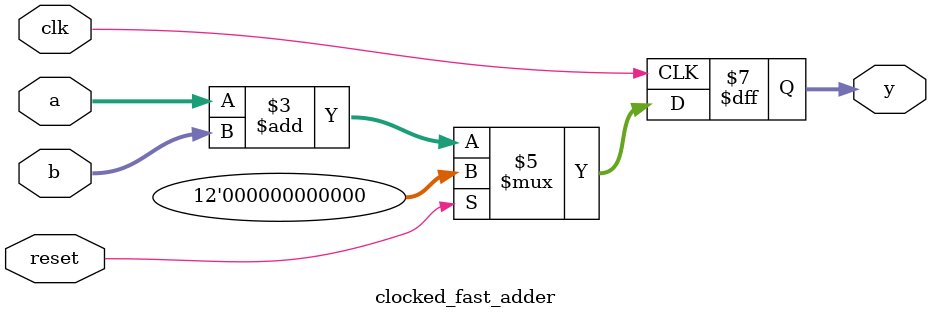
<source format=v>
module clocked_fast_adder
 #( parameter IN_WIDTH = 11
  )
  ( clk
  , reset

  , a
  , b
  , y
  );

  input wire clk;
  input wire reset;

  input  wire signed [IN_WIDTH-1 : 0] a;
  input  wire signed [IN_WIDTH-1 : 0] b;
  output reg  signed [IN_WIDTH   : 0] y;

  always @(posedge clk)
    begin
      if (reset == 1'b1)
        begin
          y <= 0;
        end
      else
        begin
          y <= a + b;
        end
    end

endmodule



</source>
